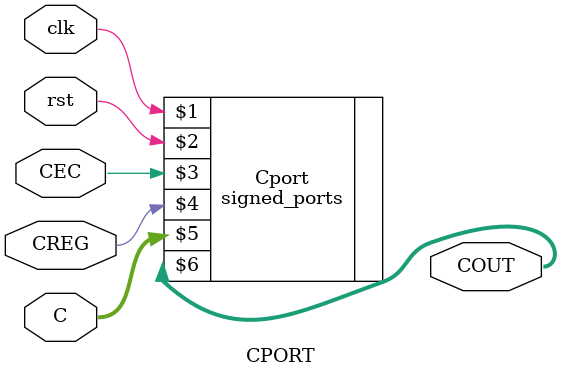
<source format=v>
module CPORT(
	input							clk,
	input							rst,
	input							CEC,
	input							CREG,
	input	signed		[47:0]		C,
	output	signed		[47:0]		COUT
	);
	
signed_ports Cport(clk,rst,CEC,CREG,C,COUT);
endmodule 
</source>
